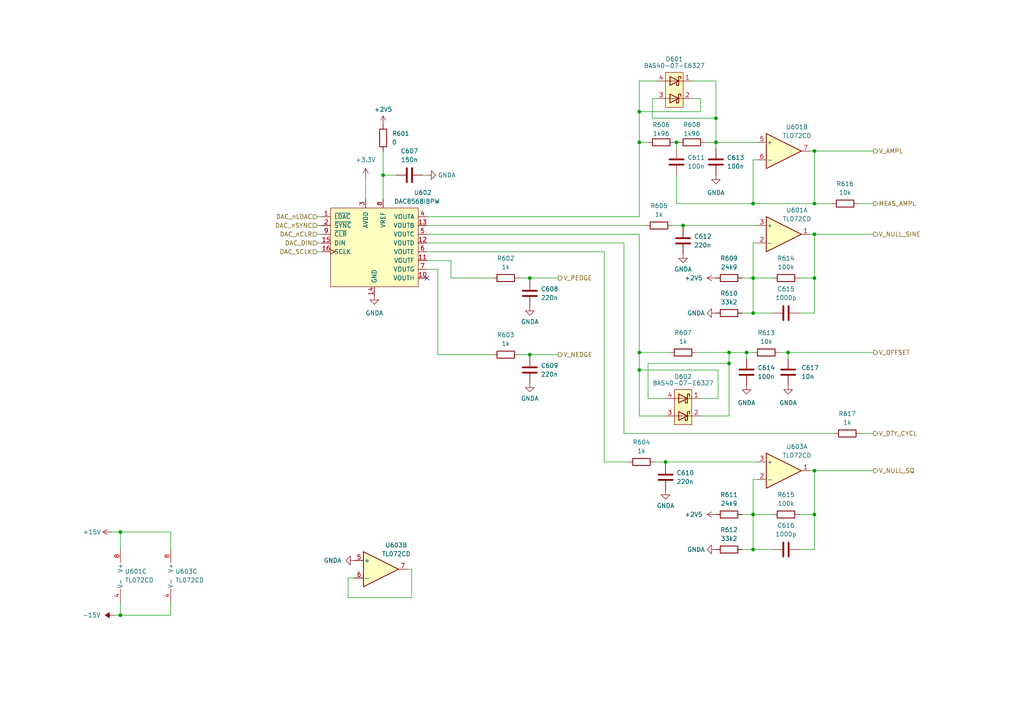
<source format=kicad_sch>
(kicad_sch (version 20230121) (generator eeschema)
  (paper "A4")
  (title_block (date "2023-07-12") (rev "1.1"))
  (lib_symbols
    (symbol "Amplifier_Operational:TL072" (pin_names (offset 0.127))
      (property "Reference" "U" (at 0 5.08 0))
      (property "Value" "TL072" (at 0 -5.08 0))
      (symbol "TL072_1_1"
        (polyline (pts (xy -5.08 5.08) (xy 5.08 0) (xy -5.08 -5.08) (xy -5.08 5.08)) (stroke (width 0.254)) (fill (type background)))
        (pin output line (at 7.62 0 180) (length 2.54) (name "~") (number "1"))
        (pin input line (at -7.62 -2.54 0) (length 2.54) (name "-") (number "2"))
        (pin input line (at -7.62 2.54 0) (length 2.54) (name "+") (number "3"))
      )
      (symbol "TL072_2_1"
        (polyline (pts (xy -5.08 5.08) (xy 5.08 0) (xy -5.08 -5.08) (xy -5.08 5.08)) (stroke (width 0.254)) (fill (type background)))
        (pin input line (at -7.62 2.54 0) (length 2.54) (name "+") (number "5"))
        (pin input line (at -7.62 -2.54 0) (length 2.54) (name "-") (number "6"))
        (pin output line (at 7.62 0 180) (length 2.54) (name "~") (number "7"))
      )
      (symbol "TL072_3_1"
        (pin power_in line (at -2.54 -7.62 90) (length 3.81) (name "V-") (number "4"))
        (pin power_in line (at -2.54 7.62 270) (length 3.81) (name "V+") (number "8"))
      )
    )
    (symbol "Device:C" (pin_numbers hide) (pin_names (offset 0.254))
      (property "Reference" "C" (at 0.635 2.54 0))
      (property "Value" "C" (at 0.635 -2.54 0))
      (symbol "C_0_1"
        (polyline (pts (xy -2.032 -0.762) (xy 2.032 -0.762)) (stroke (width 0.508)))
        (polyline (pts (xy -2.032 0.762) (xy 2.032 0.762)) (stroke (width 0.508)))
      )
      (symbol "C_1_1"
        (pin passive line (at 0 3.81 270) (length 2.794) (name "~") (number "1"))
        (pin passive line (at 0 -3.81 90) (length 2.794) (name "~") (number "2"))
      )
    )
    (symbol "Device:R" (pin_numbers hide) (pin_names (offset 0))
      (property "Reference" "R" (at 2.032 0 90))
      (property "Value" "R" (at 0 0 90))
      (symbol "R_0_1"
        (rectangle (start -1.016 -2.54) (end 1.016 2.54) (stroke (width 0.254)))
      )
      (symbol "R_1_1"
        (pin passive line (at 0 3.81 270) (length 1.27) (name "~") (number "1"))
        (pin passive line (at 0 -3.81 90) (length 1.27) (name "~") (number "2"))
      )
    )
    (symbol "ETH1CFGEN1:BAS40-07-E6327"
      (property "Reference" "D" (at 13.335 5.715 0))
      (property "Value" "BAS40-07-E6327" (at 12.7 3.81 0))
      (symbol "BAS40-07-E6327_0_1"
        (polyline (pts (xy -2.54 -2.54) (xy -2.54 -1.27)))
        (polyline (pts (xy -2.54 1.27) (xy -2.54 -1.27)))
        (polyline (pts (xy -2.54 1.27) (xy -2.54 2.54)))
        (polyline (pts (xy 2.54 -2.54) (xy 2.54 -1.27)))
        (polyline (pts (xy 2.54 1.27) (xy 2.54 -1.27)))
        (polyline (pts (xy 2.54 1.27) (xy 2.54 2.54)))
        (polyline (pts (xy -3.81 1.27) (xy -1.27 1.27) (xy -2.54 -1.27) (xy -3.81 1.27)) (stroke (width 0.254)))
        (polyline (pts (xy 1.27 1.27) (xy 3.81 1.27) (xy 2.54 -1.27) (xy 1.27 1.27)) (stroke (width 0.254)))
        (polyline (pts (xy -3.175 -1.905) (xy -3.81 -1.905) (xy -3.81 -1.27) (xy -1.27 -1.27) (xy -1.27 -0.635) (xy -1.905 -0.635)) (stroke (width 0.254)))
        (polyline (pts (xy 1.905 -1.905) (xy 1.27 -1.905) (xy 1.27 -1.27) (xy 3.81 -1.27) (xy 3.81 -0.635) (xy 3.175 -0.635)) (stroke (width 0.254)))
      )
      (symbol "BAS40-07-E6327_1_1"
        (rectangle (start -5.08 2.54) (end 5.08 -2.54) (fill (type background)))
        (pin passive line (at -2.54 -5.08 90) (length 2.54) (name "") (number "1"))
        (pin passive line (at 2.54 -5.08 90) (length 2.54) (name "") (number "2"))
        (pin passive line (at 2.54 5.08 270) (length 2.54) (name "") (number "3"))
        (pin passive line (at -2.54 5.08 270) (length 2.54) (name "") (number "4"))
      )
    )
    (symbol "ETH1CFGEN1:DAC8568IxPWR" (pin_names (offset 1.016))
      (property "Reference" "U" (at 11.43 15.24 0))
      (property "Value" "DAC8568IxPWR" (at 11.43 12.7 0))
      (symbol "DAC8568IxPWR_0_1"
        (rectangle (start -12.7 11.43) (end 12.7 -11.43) (fill (type background)))
      )
      (symbol "DAC8568IxPWR_1_1"
        (pin input line (at -15.24 8.89 0) (length 2.54) (name "~{LDAC}") (number "1"))
        (pin output line (at 15.24 -8.89 180) (length 2.54) (name "VOUTH") (number "10"))
        (pin output line (at 15.24 -3.81 180) (length 2.54) (name "VOUTF") (number "11"))
        (pin output line (at 15.24 1.27 180) (length 2.54) (name "VOUTD") (number "12"))
        (pin output line (at 15.24 6.35 180) (length 2.54) (name "VOUTB") (number "13"))
        (pin passive line (at 0 -13.97 90) (length 2.54) (name "GND") (number "14"))
        (pin input line (at -15.24 1.27 0) (length 2.54) (name "DIN") (number "15"))
        (pin input clock (at -15.24 -1.27 0) (length 2.54) (name "SCLK") (number "16"))
        (pin input line (at -15.24 6.35 0) (length 2.54) (name "~{SYNC}") (number "2"))
        (pin passive line (at -2.54 13.97 270) (length 2.54) (name "AVDD") (number "3"))
        (pin output line (at 15.24 8.89 180) (length 2.54) (name "VOUTA") (number "4"))
        (pin output line (at 15.24 3.81 180) (length 2.54) (name "VOUTC") (number "5"))
        (pin output line (at 15.24 -1.27 180) (length 2.54) (name "VOUTE") (number "6"))
        (pin output line (at 15.24 -6.35 180) (length 2.54) (name "VOUTG") (number "7"))
        (pin passive line (at 2.54 13.97 270) (length 2.54) (name "VREF") (number "8"))
        (pin input line (at -15.24 3.81 0) (length 2.54) (name "~{CLR}") (number "9"))
      )
    )
    (symbol "power:+15V" (power) (pin_names (offset 0))
      (property "Value" "+15V" (at 0 3.556 0))
      (symbol "+15V_0_1"
        (polyline (pts (xy -0.762 1.27) (xy 0 2.54)))
        (polyline (pts (xy 0 0) (xy 0 2.54)))
        (polyline (pts (xy 0 2.54) (xy 0.762 1.27)))
      )
      (symbol "+15V_1_1"
        (pin power_in line (at 0 0 90) (length 0) hide (name "+15V") (number "1"))
      )
    )
    (symbol "power:+2V5" (power) (pin_names (offset 0))
      (property "Value" "+2V5" (at 0 3.556 0))
      (symbol "+2V5_0_1"
        (polyline (pts (xy -0.762 1.27) (xy 0 2.54)))
        (polyline (pts (xy 0 0) (xy 0 2.54)))
        (polyline (pts (xy 0 2.54) (xy 0.762 1.27)))
      )
      (symbol "+2V5_1_1"
        (pin power_in line (at 0 0 90) (length 0) hide (name "+2V5") (number "1"))
      )
    )
    (symbol "power:+3.3V" (power) (pin_names (offset 0))
      (property "Value" "+3.3V" (at 0 3.556 0))
      (symbol "+3.3V_0_1"
        (polyline (pts (xy -0.762 1.27) (xy 0 2.54)))
        (polyline (pts (xy 0 0) (xy 0 2.54)))
        (polyline (pts (xy 0 2.54) (xy 0.762 1.27)))
      )
      (symbol "+3.3V_1_1"
        (pin power_in line (at 0 0 90) (length 0) hide (name "+3.3V") (number "1"))
      )
    )
    (symbol "power:-15V" (power) (pin_names (offset 0))
      (property "Value" "-15V" (at 0 3.81 0))
      (symbol "-15V_0_0"
        (pin power_in line (at 0 0 90) (length 0) hide (name "-15V") (number "1"))
      )
      (symbol "-15V_0_1"
        (polyline (pts (xy 0 0) (xy 0 1.27) (xy 0.762 1.27) (xy 0 2.54) (xy -0.762 1.27) (xy 0 1.27)) (fill (type outline)))
      )
    )
    (symbol "power:GNDA" (power) (pin_names (offset 0))
      (property "Value" "GNDA" (at 0 -3.81 0))
      (symbol "GNDA_0_1"
        (polyline (pts (xy 0 0) (xy 0 -1.27) (xy 1.27 -1.27) (xy 0 -2.54) (xy -1.27 -1.27) (xy 0 -1.27)))
      )
      (symbol "GNDA_1_1"
        (pin power_in line (at 0 0 270) (length 0) hide (name "GNDA") (number "1"))
      )
    )
  )
  (junction (at 236.22 136.525))
  (junction (at 196.215 41.275))
  (junction (at 111.125 50.8))
  (junction (at 185.42 32.385))
  (junction (at 153.67 80.645))
  (junction (at 34.925 154.305))
  (junction (at 211.455 102.235))
  (junction (at 218.44 59.055))
  (junction (at 218.44 159.385))
  (junction (at 218.44 80.645))
  (junction (at 236.22 80.645))
  (junction (at 185.42 41.275))
  (junction (at 236.22 67.945))
  (junction (at 218.44 149.225))
  (junction (at 236.22 43.815))
  (junction (at 198.12 65.405))
  (junction (at 185.42 107.315))
  (junction (at 236.22 149.225))
  (junction (at 193.04 133.985))
  (junction (at 236.22 59.055))
  (junction (at 207.645 34.29))
  (junction (at 153.67 102.87))
  (junction (at 185.42 102.235))
  (junction (at 207.645 41.275))
  (junction (at 216.535 102.235))
  (junction (at 211.455 105.41))
  (junction (at 218.44 90.805))
  (junction (at 34.925 178.435))
  (junction (at 228.6 102.235))
  (no_connect (at 123.825 80.645))
  (wire (pts (xy 185.42 41.275) (xy 185.42 62.865)))
  (wire (pts (xy 185.42 23.495) (xy 185.42 32.385)))
  (wire (pts (xy 111.125 43.815) (xy 111.125 50.8)))
  (wire (pts (xy 34.925 154.305) (xy 34.925 159.385)))
  (wire (pts (xy 196.215 50.8) (xy 196.215 59.055)))
  (wire (pts (xy 196.215 59.055) (xy 218.44 59.055)))
  (wire (pts (xy 215.265 159.385) (xy 218.44 159.385)))
  (wire (pts (xy 180.975 125.73) (xy 241.935 125.73)))
  (wire (pts (xy 185.42 41.275) (xy 185.42 32.385)))
  (wire (pts (xy 228.6 104.14) (xy 228.6 102.235)))
  (wire (pts (xy 142.875 102.87) (xy 127 102.87)))
  (wire (pts (xy 193.04 133.985) (xy 219.71 133.985)))
  (wire (pts (xy 123.825 50.8) (xy 122.555 50.8)))
  (wire (pts (xy 130.81 75.565) (xy 123.825 75.565)))
  (wire (pts (xy 203.2 28.575) (xy 203.2 32.385)))
  (wire (pts (xy 153.67 102.87) (xy 153.67 103.505)))
  (wire (pts (xy 218.44 149.225) (xy 218.44 139.065)))
  (wire (pts (xy 216.535 102.235) (xy 218.44 102.235)))
  (wire (pts (xy 187.96 115.57) (xy 187.96 105.41)))
  (wire (pts (xy 34.925 178.435) (xy 49.53 178.435)))
  (wire (pts (xy 236.22 43.815) (xy 253.365 43.815)))
  (wire (pts (xy 236.22 136.525) (xy 234.95 136.525)))
  (wire (pts (xy 236.22 67.945) (xy 253.365 67.945)))
  (wire (pts (xy 119.38 173.355) (xy 119.38 165.1)))
  (wire (pts (xy 187.96 105.41) (xy 211.455 105.41)))
  (wire (pts (xy 215.265 80.645) (xy 218.44 80.645)))
  (wire (pts (xy 100.965 167.64) (xy 100.965 173.355)))
  (wire (pts (xy 196.215 41.275) (xy 196.85 41.275)))
  (wire (pts (xy 203.2 115.57) (xy 208.28 115.57)))
  (wire (pts (xy 218.44 90.805) (xy 224.155 90.805)))
  (wire (pts (xy 224.155 149.225) (xy 218.44 149.225)))
  (wire (pts (xy 218.44 59.055) (xy 218.44 46.355)))
  (wire (pts (xy 185.42 102.235) (xy 194.31 102.235)))
  (wire (pts (xy 189.23 34.29) (xy 207.645 34.29)))
  (wire (pts (xy 236.22 80.645) (xy 236.22 67.945)))
  (wire (pts (xy 226.06 102.235) (xy 228.6 102.235)))
  (wire (pts (xy 216.535 104.14) (xy 216.535 102.235)))
  (wire (pts (xy 175.26 133.985) (xy 175.26 73.025)))
  (wire (pts (xy 200.66 23.495) (xy 207.645 23.495)))
  (wire (pts (xy 218.44 139.065) (xy 219.71 139.065)))
  (wire (pts (xy 231.775 149.225) (xy 236.22 149.225)))
  (wire (pts (xy 185.42 62.865) (xy 123.825 62.865)))
  (wire (pts (xy 92.075 65.405) (xy 93.345 65.405)))
  (wire (pts (xy 123.825 65.405) (xy 187.325 65.405)))
  (wire (pts (xy 92.075 70.485) (xy 93.345 70.485)))
  (wire (pts (xy 215.265 149.225) (xy 218.44 149.225)))
  (wire (pts (xy 236.22 90.805) (xy 236.22 80.645)))
  (wire (pts (xy 123.825 73.025) (xy 175.26 73.025)))
  (wire (pts (xy 190.5 28.575) (xy 189.23 28.575)))
  (wire (pts (xy 248.92 59.055) (xy 253.365 59.055)))
  (wire (pts (xy 218.44 90.805) (xy 218.44 80.645)))
  (wire (pts (xy 33.02 178.435) (xy 34.925 178.435)))
  (wire (pts (xy 153.67 80.645) (xy 161.925 80.645)))
  (wire (pts (xy 231.775 159.385) (xy 236.22 159.385)))
  (wire (pts (xy 106.045 51.435) (xy 106.045 57.785)))
  (wire (pts (xy 208.28 107.315) (xy 185.42 107.315)))
  (wire (pts (xy 201.93 102.235) (xy 211.455 102.235)))
  (wire (pts (xy 211.455 120.65) (xy 203.2 120.65)))
  (wire (pts (xy 207.645 41.275) (xy 204.47 41.275)))
  (wire (pts (xy 200.66 28.575) (xy 203.2 28.575)))
  (wire (pts (xy 32.385 154.305) (xy 34.925 154.305)))
  (wire (pts (xy 218.44 159.385) (xy 224.155 159.385)))
  (wire (pts (xy 198.12 65.405) (xy 219.71 65.405)))
  (wire (pts (xy 185.42 107.315) (xy 185.42 102.235)))
  (wire (pts (xy 175.26 133.985) (xy 182.245 133.985)))
  (wire (pts (xy 207.645 41.275) (xy 207.645 43.18)))
  (wire (pts (xy 231.775 90.805) (xy 236.22 90.805)))
  (wire (pts (xy 236.22 149.225) (xy 236.22 136.525)))
  (wire (pts (xy 207.645 23.495) (xy 207.645 34.29)))
  (wire (pts (xy 207.645 34.29) (xy 207.645 41.275)))
  (wire (pts (xy 203.2 32.385) (xy 185.42 32.385)))
  (wire (pts (xy 211.455 105.41) (xy 211.455 120.65)))
  (wire (pts (xy 34.925 154.305) (xy 49.53 154.305)))
  (wire (pts (xy 102.87 167.64) (xy 100.965 167.64)))
  (wire (pts (xy 218.44 80.645) (xy 218.44 70.485)))
  (wire (pts (xy 215.265 90.805) (xy 218.44 90.805)))
  (wire (pts (xy 218.44 46.355) (xy 219.71 46.355)))
  (wire (pts (xy 100.965 173.355) (xy 119.38 173.355)))
  (wire (pts (xy 153.67 102.87) (xy 161.925 102.87)))
  (wire (pts (xy 196.215 43.18) (xy 196.215 41.275)))
  (wire (pts (xy 218.44 159.385) (xy 218.44 149.225)))
  (wire (pts (xy 211.455 102.235) (xy 211.455 105.41)))
  (wire (pts (xy 111.125 50.8) (xy 111.125 57.785)))
  (wire (pts (xy 119.38 165.1) (xy 118.11 165.1)))
  (wire (pts (xy 142.875 80.645) (xy 130.81 80.645)))
  (wire (pts (xy 236.22 59.055) (xy 236.22 43.815)))
  (wire (pts (xy 185.42 23.495) (xy 190.5 23.495)))
  (wire (pts (xy 92.075 73.025) (xy 93.345 73.025)))
  (wire (pts (xy 218.44 59.055) (xy 236.22 59.055)))
  (wire (pts (xy 236.22 136.525) (xy 253.365 136.525)))
  (wire (pts (xy 198.12 65.405) (xy 198.12 66.04)))
  (wire (pts (xy 49.53 154.305) (xy 49.53 159.385)))
  (wire (pts (xy 111.125 50.8) (xy 114.935 50.8)))
  (wire (pts (xy 193.04 120.65) (xy 185.42 120.65)))
  (wire (pts (xy 228.6 102.235) (xy 253.365 102.235)))
  (wire (pts (xy 180.975 70.485) (xy 180.975 125.73)))
  (wire (pts (xy 92.075 67.945) (xy 93.345 67.945)))
  (wire (pts (xy 249.555 125.73) (xy 253.365 125.73)))
  (wire (pts (xy 130.81 80.645) (xy 130.81 75.565)))
  (wire (pts (xy 34.925 174.625) (xy 34.925 178.435)))
  (wire (pts (xy 218.44 70.485) (xy 219.71 70.485)))
  (wire (pts (xy 195.58 41.275) (xy 196.215 41.275)))
  (wire (pts (xy 193.04 115.57) (xy 187.96 115.57)))
  (wire (pts (xy 153.67 80.645) (xy 153.67 81.28)))
  (wire (pts (xy 150.495 102.87) (xy 153.67 102.87)))
  (wire (pts (xy 123.825 70.485) (xy 180.975 70.485)))
  (wire (pts (xy 185.42 120.65) (xy 185.42 107.315)))
  (wire (pts (xy 185.42 67.945) (xy 185.42 102.235)))
  (wire (pts (xy 127 102.87) (xy 127 78.105)))
  (wire (pts (xy 207.645 41.275) (xy 219.71 41.275)))
  (wire (pts (xy 92.075 62.865) (xy 93.345 62.865)))
  (wire (pts (xy 236.22 43.815) (xy 234.95 43.815)))
  (wire (pts (xy 127 78.105) (xy 123.825 78.105)))
  (wire (pts (xy 216.535 102.235) (xy 211.455 102.235)))
  (wire (pts (xy 236.22 159.385) (xy 236.22 149.225)))
  (wire (pts (xy 189.865 133.985) (xy 193.04 133.985)))
  (wire (pts (xy 231.775 80.645) (xy 236.22 80.645)))
  (wire (pts (xy 123.825 67.945) (xy 185.42 67.945)))
  (wire (pts (xy 224.155 80.645) (xy 218.44 80.645)))
  (wire (pts (xy 236.22 59.055) (xy 241.3 59.055)))
  (wire (pts (xy 189.23 28.575) (xy 189.23 34.29)))
  (wire (pts (xy 208.28 115.57) (xy 208.28 107.315)))
  (wire (pts (xy 236.22 67.945) (xy 234.95 67.945)))
  (wire (pts (xy 193.04 133.985) (xy 193.04 134.62)))
  (wire (pts (xy 150.495 80.645) (xy 153.67 80.645)))
  (wire (pts (xy 49.53 178.435) (xy 49.53 174.625)))
  (wire (pts (xy 187.96 41.275) (xy 185.42 41.275)))
  (wire (pts (xy 194.945 65.405) (xy 198.12 65.405)))
  (hierarchical_label "MEAS_AMPL" (shape output) (at 253.365 59.055 0))
  (hierarchical_label "V_NULL_SQ" (shape output) (at 253.365 136.525 0))
  (hierarchical_label "V_OFFSET" (shape output) (at 253.365 102.235 0))
  (hierarchical_label "DAC_nSYNC" (shape input) (at 92.075 65.405 180))
  (hierarchical_label "V_AMPL" (shape output) (at 253.365 43.815 0))
  (hierarchical_label "V_DTY_CYCL" (shape output) (at 253.365 125.73 0))
  (hierarchical_label "DAC_nCLR" (shape input) (at 92.075 67.945 180))
  (hierarchical_label "DAC_SCLK" (shape input) (at 92.075 73.025 180))
  (hierarchical_label "V_NEDGE" (shape output) (at 161.925 102.87 0))
  (hierarchical_label "DAC_DIN" (shape input) (at 92.075 70.485 180))
  (hierarchical_label "V_NULL_SINE" (shape output) (at 253.365 67.945 0))
  (hierarchical_label "DAC_nLDAC" (shape input) (at 92.075 62.865 180))
  (hierarchical_label "V_PEDGE" (shape output) (at 161.925 80.645 0))
  (symbol (lib_id "Device:C") (at 198.12 69.85 0) (unit 1)
    (property "Reference" "C612" (at 201.295 68.58 0) (effects (justify left)))
    (property "Value" "220n" (at 201.295 71.12 0) (effects (justify left)))
    (property "Footprint" "Capacitor_SMD:C_0603_1608Metric_Pad1.08x0.95mm_HandSolder" (effects hide))
    (instances (project "ETH1CFGEN1B" (path "" (reference "C612") (unit 1))) (project "ETH1CFGEN1" (path "" (reference "C906") (unit 1))))
  )
  (symbol (lib_id "Device:R") (at 198.12 102.235 90) (unit 1)
    (property "Reference" "R607" (at 198.12 96.52 90))
    (property "Value" "1k" (at 198.12 99.06 90))
    (property "Footprint" "Resistor_SMD:R_0603_1608Metric_Pad0.98x0.95mm_HandSolder" (effects hide))
    (instances (project "ETH1CFGEN1B" (path "" (reference "R607") (unit 1))) (project "ETH1CFGEN1" (path "" (reference "R907") (unit 1))))
  )
  (symbol (lib_id "Device:R") (at 146.685 102.87 90) (unit 1)
    (property "Reference" "R603" (at 146.685 97.155 90))
    (property "Value" "1k" (at 146.685 99.695 90))
    (property "Footprint" "Resistor_SMD:R_0603_1608Metric_Pad0.98x0.95mm_HandSolder" (effects hide))
    (instances (project "ETH1CFGEN1B" (path "" (reference "R603") (unit 1))) (project "ETH1CFGEN1" (path "" (reference "R903") (unit 1))))
  )
  (symbol (lib_id "power:GNDA") (at 228.6 111.76 0) (unit 1)
    (property "Reference" "#PWR0624" (effects hide))
    (property "Value" "GNDA" (at 228.6 116.84 0))
    (instances (project "ETH1CFGEN1B" (path "" (reference "#PWR0624") (unit 1))) (project "ETH1CFGEN1" (path "" (reference "#PWR0918") (unit 1))))
  )
  (symbol (lib_id "Amplifier_Operational:TL072") (at 52.07 167.005 0) (unit 3)
    (property "Reference" "U603" (at 50.8 165.735 0) (effects (justify left)))
    (property "Value" "TL072CD" (at 50.8 168.275 0) (effects (justify left)))
    (property "Footprint" "Package_SO:SOIC-8_3.9x4.9mm_P1.27mm" (effects hide))
    (property "Datasheet" "http://www.ti.com/lit/ds/symlink/tl071.pdf" (effects hide))
    (instances (project "ETH1CFGEN1B" (path "" (reference "U603") (unit 3))) (project "ETH1CFGEN1" (path "" (reference "U902") (unit 3))))
  )
  (symbol (lib_id "power:-15V") (at 33.02 178.435 90) (unit 1)
    (property "Reference" "#PWR0602" (effects hide))
    (property "Value" "-15V" (at 29.21 178.435 90) (effects (justify left)))
    (instances (project "ETH1CFGEN1B" (path "" (reference "#PWR0602") (unit 1))) (project "ETH1CFGEN1" (path "" (reference "#PWR0902") (unit 1))))
  )
  (symbol (lib_id "Device:R") (at 200.66 41.275 90) (unit 1)
    (property "Reference" "R608" (at 200.66 36.195 90))
    (property "Value" "1k96" (at 200.66 38.735 90))
    (property "Footprint" "Resistor_SMD:R_0603_1608Metric_Pad0.98x0.95mm_HandSolder" (effects hide))
    (instances (project "ETH1CFGEN1B" (path "" (reference "R608") (unit 1))) (project "ETH1CFGEN1" (path "" (reference "R908") (unit 1))))
  )
  (symbol (lib_id "power:GNDA") (at 207.645 90.805 270) (unit 1)
    (property "Reference" "#PWR0620" (effects hide))
    (property "Value" "GNDA" (at 204.47 90.805 90) (effects (justify right)))
    (instances (project "ETH1CFGEN1B" (path "" (reference "#PWR0620") (unit 1))) (project "ETH1CFGEN1" (path "" (reference "#PWR0914") (unit 1))))
  )
  (symbol (lib_id "power:GNDA") (at 102.87 162.56 270) (unit 1)
    (property "Reference" "#PWR0338" (effects hide))
    (property "Value" "GNDA" (at 99.06 162.56 90) (effects (justify right)))
    (instances (project "ETH1CFGEN1B" (path "" (reference "#PWR0338") (unit 1)) (path "" (reference "#PWR0613") (unit 1))) (project "ETH1CFGEN1" (path "" (reference "#PWR0903") (unit 1))))
  )
  (symbol (lib_id "power:GNDA") (at 207.645 159.385 270) (unit 1)
    (property "Reference" "#PWR0622" (effects hide))
    (property "Value" "GNDA" (at 204.47 159.385 90) (effects (justify right)))
    (instances (project "ETH1CFGEN1B" (path "" (reference "#PWR0622") (unit 1))) (project "ETH1CFGEN1" (path "" (reference "#PWR0916") (unit 1))))
  )
  (symbol (lib_id "power:+2V5") (at 207.645 149.225 90) (unit 1)
    (property "Reference" "#PWR0621" (effects hide))
    (property "Value" "+2V5" (at 203.835 149.225 90) (effects (justify left)))
    (instances (project "ETH1CFGEN1B" (path "" (reference "#PWR0621") (unit 1))) (project "ETH1CFGEN1" (path "" (reference "#PWR0915") (unit 1))))
  )
  (symbol (lib_id "Device:R") (at 146.685 80.645 90) (unit 1)
    (property "Reference" "R602" (at 146.685 74.93 90))
    (property "Value" "1k" (at 146.685 77.47 90))
    (property "Footprint" "Resistor_SMD:R_0603_1608Metric_Pad0.98x0.95mm_HandSolder" (effects hide))
    (instances (project "ETH1CFGEN1B" (path "" (reference "R602") (unit 1))) (project "ETH1CFGEN1" (path "" (reference "R902") (unit 1))))
  )
  (symbol (lib_id "Device:R") (at 211.455 159.385 90) (unit 1)
    (property "Reference" "R612" (at 211.455 153.67 90))
    (property "Value" "33k2" (at 211.455 156.21 90))
    (property "Footprint" "Resistor_SMD:R_0603_1608Metric_Pad0.98x0.95mm_HandSolder" (effects hide))
    (instances (project "ETH1CFGEN1B" (path "" (reference "R612") (unit 1))) (project "ETH1CFGEN1" (path "" (reference "R912") (unit 1))))
  )
  (symbol (lib_id "ETH1CFGEN1:BAS40-07-E6327") (at 195.58 26.035 90) (mirror x) (unit 1)
    (property "Reference" "D601" (at 195.58 17.145 90))
    (property "Value" "BAS40-07-E6327" (at 195.58 19.05 90))
    (property "Footprint" "Package_TO_SOT_SMD:SOT-143" (effects hide))
    (instances (project "ETH1CFGEN1B" (path "" (reference "D601") (unit 1))) (project "ETH1CFGEN1" (path "" (reference "D901") (unit 1))))
  )
  (symbol (lib_id "Device:R") (at 211.455 80.645 90) (unit 1)
    (property "Reference" "R609" (at 211.455 74.93 90))
    (property "Value" "24k9" (at 211.455 77.47 90))
    (property "Footprint" "Resistor_SMD:R_0603_1608Metric_Pad0.98x0.95mm_HandSolder" (effects hide))
    (instances (project "ETH1CFGEN1B" (path "" (reference "R609") (unit 1))) (project "ETH1CFGEN1" (path "" (reference "R909") (unit 1))))
  )
  (symbol (lib_id "power:GNDA") (at 153.67 88.9 0) (unit 1)
    (property "Reference" "#PWR0614" (effects hide))
    (property "Value" "GNDA" (at 153.67 93.345 0))
    (instances (project "ETH1CFGEN1B" (path "" (reference "#PWR0614") (unit 1))) (project "ETH1CFGEN1" (path "" (reference "#PWR0908") (unit 1))))
  )
  (symbol (lib_id "power:GNDA") (at 153.67 111.125 0) (unit 1)
    (property "Reference" "#PWR0615" (effects hide))
    (property "Value" "GNDA" (at 153.67 115.57 0))
    (instances (project "ETH1CFGEN1B" (path "" (reference "#PWR0615") (unit 1))) (project "ETH1CFGEN1" (path "" (reference "#PWR0909") (unit 1))))
  )
  (symbol (lib_id "Device:R") (at 211.455 149.225 90) (unit 1)
    (property "Reference" "R611" (at 211.455 143.51 90))
    (property "Value" "24k9" (at 211.455 146.05 90))
    (property "Footprint" "Resistor_SMD:R_0603_1608Metric_Pad0.98x0.95mm_HandSolder" (effects hide))
    (instances (project "ETH1CFGEN1B" (path "" (reference "R611") (unit 1))) (project "ETH1CFGEN1" (path "" (reference "R911") (unit 1))))
  )
  (symbol (lib_id "power:+2V5") (at 207.645 80.645 90) (unit 1)
    (property "Reference" "#PWR0619" (effects hide))
    (property "Value" "+2V5" (at 203.835 80.645 90) (effects (justify left)))
    (instances (project "ETH1CFGEN1B" (path "" (reference "#PWR0619") (unit 1))) (project "ETH1CFGEN1" (path "" (reference "#PWR0913") (unit 1))))
  )
  (symbol (lib_id "Device:R") (at 227.965 149.225 90) (unit 1)
    (property "Reference" "R615" (at 227.965 143.51 90))
    (property "Value" "100k" (at 227.965 146.05 90))
    (property "Footprint" "Resistor_SMD:R_0603_1608Metric_Pad0.98x0.95mm_HandSolder" (effects hide))
    (instances (project "ETH1CFGEN1B" (path "" (reference "R615") (unit 1))) (project "ETH1CFGEN1" (path "" (reference "R915") (unit 1))))
  )
  (symbol (lib_id "Device:C") (at 227.965 159.385 90) (unit 1)
    (property "Reference" "C616" (at 227.965 152.4 90))
    (property "Value" "1000p" (at 227.965 154.94 90))
    (property "Footprint" "Capacitor_SMD:C_0603_1608Metric_Pad1.08x0.95mm_HandSolder" (effects hide))
    (instances (project "ETH1CFGEN1B" (path "" (reference "C616") (unit 1))) (project "ETH1CFGEN1" (path "" (reference "C910") (unit 1))))
  )
  (symbol (lib_id "Device:C") (at 216.535 107.95 0) (unit 1)
    (property "Reference" "C614" (at 219.71 106.68 0) (effects (justify left)))
    (property "Value" "100n" (at 219.71 109.22 0) (effects (justify left)))
    (property "Footprint" "Capacitor_SMD:C_0603_1608Metric_Pad1.08x0.95mm_HandSolder" (effects hide))
    (instances (project "ETH1CFGEN1B" (path "" (reference "C614") (unit 1))) (project "ETH1CFGEN1" (path "" (reference "C908") (unit 1))))
  )
  (symbol (lib_id "Device:C") (at 196.215 46.99 0) (unit 1)
    (property "Reference" "C611" (at 199.39 45.72 0) (effects (justify left)))
    (property "Value" "100n" (at 199.39 48.26 0) (effects (justify left)))
    (property "Footprint" "Capacitor_SMD:C_0603_1608Metric_Pad1.08x0.95mm_HandSolder" (effects hide))
    (instances (project "ETH1CFGEN1B" (path "" (reference "C611") (unit 1))) (project "ETH1CFGEN1" (path "" (reference "C905") (unit 1))))
  )
  (symbol (lib_id "Device:C") (at 118.745 50.8 270) (mirror x) (unit 1)
    (property "Reference" "C607" (at 118.745 43.815 90))
    (property "Value" "150n" (at 118.745 46.355 90))
    (property "Footprint" "Capacitor_SMD:C_0603_1608Metric_Pad1.08x0.95mm_HandSolder" (effects hide))
    (instances (project "ETH1CFGEN1B" (path "" (reference "C607") (unit 1))) (project "ETH1CFGEN1" (path "" (reference "C901") (unit 1))))
  )
  (symbol (lib_id "Device:R") (at 245.11 59.055 90) (unit 1)
    (property "Reference" "R616" (at 245.11 53.34 90))
    (property "Value" "10k" (at 245.11 55.88 90))
    (property "Footprint" "Resistor_SMD:R_0603_1608Metric_Pad0.98x0.95mm_HandSolder" (effects hide))
    (instances (project "ETH1CFGEN1B" (path "" (reference "R616") (unit 1))) (project "ETH1CFGEN1" (path "" (reference "R916") (unit 1))))
  )
  (symbol (lib_id "ETH1CFGEN1:BAS40-07-E6327") (at 198.12 118.11 90) (mirror x) (unit 1)
    (property "Reference" "D602" (at 198.12 109.22 90))
    (property "Value" "BAS40-07-E6327" (at 198.12 111.125 90))
    (property "Footprint" "Package_TO_SOT_SMD:SOT-143" (effects hide))
    (instances (project "ETH1CFGEN1B" (path "" (reference "D602") (unit 1))) (project "ETH1CFGEN1" (path "" (reference "D902") (unit 1))))
  )
  (symbol (lib_id "Amplifier_Operational:TL072") (at 227.33 43.815 0) (unit 2)
    (property "Reference" "U601" (at 231.14 36.83 0))
    (property "Value" "TL072CD" (at 231.14 39.37 0))
    (property "Footprint" "Package_SO:SOIC-8_3.9x4.9mm_P1.27mm" (effects hide))
    (property "Datasheet" "http://www.ti.com/lit/ds/symlink/tl071.pdf" (effects hide))
    (instances (project "ETH1CFGEN1B" (path "" (reference "U601") (unit 2))) (project "ETH1CFGEN1" (path "" (reference "U901") (unit 2))))
  )
  (symbol (lib_id "Device:R") (at 191.135 65.405 90) (unit 1)
    (property "Reference" "R605" (at 191.135 59.69 90))
    (property "Value" "1k" (at 191.135 62.23 90))
    (property "Footprint" "Resistor_SMD:R_0603_1608Metric_Pad0.98x0.95mm_HandSolder" (effects hide))
    (instances (project "ETH1CFGEN1B" (path "" (reference "R605") (unit 1))) (project "ETH1CFGEN1" (path "" (reference "R905") (unit 1))))
  )
  (symbol (lib_id "ETH1CFGEN1:DAC8568IxPWR") (at 108.585 71.755 0) (unit 1)
    (property "Reference" "U602" (at 120.015 55.88 0) (effects (justify left)))
    (property "Value" "DAC8568IBPW" (at 114.3 58.42 0) (effects (justify left)))
    (property "Footprint" "Package_SO:TSSOP-16_4.4x5mm_P0.65mm" (effects hide))
    (instances (project "ETH1CFGEN1B" (path "" (reference "U602") (unit 1))) (project "ETH1CFGEN1" (path "" (reference "U903") (unit 1))))
  )
  (symbol (lib_id "power:+3.3V") (at 106.045 51.435 0) (unit 1)
    (property "Reference" "#PWR0319" (effects hide))
    (property "Value" "+3.3V" (at 106.045 46.355 0))
    (instances (project "ETH1CFGEN1B" (path "" (reference "#PWR0319") (unit 1)) (path "" (reference "#PWR0603") (unit 1))) (project "ETH1CFGEN1" (path "" (reference "#PWR0904") (unit 1))))
  )
  (symbol (lib_id "Device:R") (at 191.77 41.275 90) (unit 1)
    (property "Reference" "R606" (at 191.77 36.195 90))
    (property "Value" "1k96" (at 191.77 38.735 90))
    (property "Footprint" "Resistor_SMD:R_0603_1608Metric_Pad0.98x0.95mm_HandSolder" (effects hide))
    (instances (project "ETH1CFGEN1B" (path "" (reference "R606") (unit 1))) (project "ETH1CFGEN1" (path "" (reference "R906") (unit 1))))
  )
  (symbol (lib_id "Amplifier_Operational:TL072") (at 37.465 167.005 0) (unit 3)
    (property "Reference" "U601" (at 36.195 165.735 0) (effects (justify left)))
    (property "Value" "TL072CD" (at 36.195 168.275 0) (effects (justify left)))
    (property "Footprint" "Package_SO:SOIC-8_3.9x4.9mm_P1.27mm" (effects hide))
    (property "Datasheet" "http://www.ti.com/lit/ds/symlink/tl071.pdf" (effects hide))
    (instances (project "ETH1CFGEN1B" (path "" (reference "U601") (unit 3))) (project "ETH1CFGEN1" (path "" (reference "U901") (unit 3))))
  )
  (symbol (lib_id "Amplifier_Operational:TL072") (at 110.49 165.1 0) (unit 2)
    (property "Reference" "U603" (at 114.935 158.115 0))
    (property "Value" "TL072CD" (at 114.935 160.655 0))
    (property "Footprint" "Package_SO:SOIC-8_3.9x4.9mm_P1.27mm" (effects hide))
    (property "Datasheet" "http://www.ti.com/lit/ds/symlink/tl071.pdf" (effects hide))
    (instances (project "ETH1CFGEN1B" (path "" (reference "U603") (unit 2))) (project "ETH1CFGEN1" (path "" (reference "U902") (unit 2))))
  )
  (symbol (lib_id "power:+2V5") (at 111.125 36.195 0) (unit 1)
    (property "Reference" "#PWR0611" (effects hide))
    (property "Value" "+2V5" (at 111.125 31.75 0))
    (instances (project "ETH1CFGEN1B" (path "" (reference "#PWR0611") (unit 1))) (project "ETH1CFGEN1" (path "" (reference "#PWR0906") (unit 1))))
  )
  (symbol (lib_id "Device:R") (at 227.965 80.645 90) (unit 1)
    (property "Reference" "R614" (at 227.965 74.93 90))
    (property "Value" "100k" (at 227.965 77.47 90))
    (property "Footprint" "Resistor_SMD:R_0603_1608Metric_Pad0.98x0.95mm_HandSolder" (effects hide))
    (instances (project "ETH1CFGEN1B" (path "" (reference "R614") (unit 1))) (project "ETH1CFGEN1" (path "" (reference "R914") (unit 1))))
  )
  (symbol (lib_id "power:GNDA") (at 207.645 50.8 0) (unit 1)
    (property "Reference" "#PWR0618" (effects hide))
    (property "Value" "GNDA" (at 207.645 55.88 0))
    (instances (project "ETH1CFGEN1B" (path "" (reference "#PWR0618") (unit 1))) (project "ETH1CFGEN1" (path "" (reference "#PWR0912") (unit 1))))
  )
  (symbol (lib_id "power:GNDA") (at 108.585 85.725 0) (unit 1)
    (property "Reference" "#PWR0610" (effects hide))
    (property "Value" "GNDA" (at 108.585 90.805 0))
    (instances (project "ETH1CFGEN1B" (path "" (reference "#PWR0610") (unit 1))) (project "ETH1CFGEN1" (path "" (reference "#PWR0905") (unit 1))))
  )
  (symbol (lib_id "Amplifier_Operational:TL072") (at 227.33 136.525 0) (unit 1)
    (property "Reference" "U603" (at 231.14 129.54 0))
    (property "Value" "TL072CD" (at 231.14 132.08 0))
    (property "Footprint" "Package_SO:SOIC-8_3.9x4.9mm_P1.27mm" (effects hide))
    (property "Datasheet" "http://www.ti.com/lit/ds/symlink/tl071.pdf" (effects hide))
    (instances (project "ETH1CFGEN1B" (path "" (reference "U603") (unit 1))) (project "ETH1CFGEN1" (path "" (reference "U902") (unit 1))))
  )
  (symbol (lib_id "Device:C") (at 193.04 138.43 0) (unit 1)
    (property "Reference" "C610" (at 196.215 137.16 0) (effects (justify left)))
    (property "Value" "220n" (at 196.215 139.7 0) (effects (justify left)))
    (property "Footprint" "Capacitor_SMD:C_0603_1608Metric_Pad1.08x0.95mm_HandSolder" (effects hide))
    (instances (project "ETH1CFGEN1B" (path "" (reference "C610") (unit 1))) (project "ETH1CFGEN1" (path "" (reference "C904") (unit 1))))
  )
  (symbol (lib_id "Device:C") (at 153.67 107.315 0) (unit 1)
    (property "Reference" "C609" (at 156.845 106.045 0) (effects (justify left)))
    (property "Value" "220n" (at 156.845 108.585 0) (effects (justify left)))
    (property "Footprint" "Capacitor_SMD:C_0603_1608Metric_Pad1.08x0.95mm_HandSolder" (effects hide))
    (instances (project "ETH1CFGEN1B" (path "" (reference "C609") (unit 1))) (project "ETH1CFGEN1" (path "" (reference "C903") (unit 1))))
  )
  (symbol (lib_id "Device:R") (at 186.055 133.985 90) (unit 1)
    (property "Reference" "R604" (at 186.055 128.27 90))
    (property "Value" "1k" (at 186.055 130.81 90))
    (property "Footprint" "Resistor_SMD:R_0603_1608Metric_Pad0.98x0.95mm_HandSolder" (effects hide))
    (instances (project "ETH1CFGEN1B" (path "" (reference "R604") (unit 1))) (project "ETH1CFGEN1" (path "" (reference "R904") (unit 1))))
  )
  (symbol (lib_id "power:GNDA") (at 123.825 50.8 90) (mirror x) (unit 1)
    (property "Reference" "#PWR0612" (effects hide))
    (property "Value" "GNDA" (at 127 50.8 90) (effects (justify right)))
    (instances (project "ETH1CFGEN1B" (path "" (reference "#PWR0612") (unit 1))) (project "ETH1CFGEN1" (path "" (reference "#PWR0907") (unit 1))))
  )
  (symbol (lib_id "Device:C") (at 227.965 90.805 90) (unit 1)
    (property "Reference" "C615" (at 227.965 83.82 90))
    (property "Value" "1000p" (at 227.965 86.36 90))
    (property "Footprint" "Capacitor_SMD:C_0603_1608Metric_Pad1.08x0.95mm_HandSolder" (effects hide))
    (instances (project "ETH1CFGEN1B" (path "" (reference "C615") (unit 1))) (project "ETH1CFGEN1" (path "" (reference "C909") (unit 1))))
  )
  (symbol (lib_id "Amplifier_Operational:TL072") (at 227.33 67.945 0) (unit 1)
    (property "Reference" "U601" (at 231.14 60.96 0))
    (property "Value" "TL072CD" (at 231.14 63.5 0))
    (property "Footprint" "Package_SO:SOIC-8_3.9x4.9mm_P1.27mm" (effects hide))
    (property "Datasheet" "http://www.ti.com/lit/ds/symlink/tl071.pdf" (effects hide))
    (instances (project "ETH1CFGEN1B" (path "" (reference "U601") (unit 1))) (project "ETH1CFGEN1" (path "" (reference "U901") (unit 1))))
  )
  (symbol (lib_id "power:GNDA") (at 216.535 111.76 0) (unit 1)
    (property "Reference" "#PWR0623" (effects hide))
    (property "Value" "GNDA" (at 216.535 116.84 0))
    (instances (project "ETH1CFGEN1B" (path "" (reference "#PWR0623") (unit 1))) (project "ETH1CFGEN1" (path "" (reference "#PWR0917") (unit 1))))
  )
  (symbol (lib_id "power:GNDA") (at 193.04 142.24 0) (unit 1)
    (property "Reference" "#PWR0616" (effects hide))
    (property "Value" "GNDA" (at 193.04 146.685 0))
    (instances (project "ETH1CFGEN1B" (path "" (reference "#PWR0616") (unit 1))) (project "ETH1CFGEN1" (path "" (reference "#PWR0910") (unit 1))))
  )
  (symbol (lib_id "Device:R") (at 222.25 102.235 90) (unit 1)
    (property "Reference" "R613" (at 222.25 96.52 90))
    (property "Value" "10k" (at 222.25 99.06 90))
    (property "Footprint" "Resistor_SMD:R_0603_1608Metric_Pad0.98x0.95mm_HandSolder" (effects hide))
    (instances (project "ETH1CFGEN1B" (path "" (reference "R613") (unit 1))) (project "ETH1CFGEN1" (path "" (reference "R913") (unit 1))))
  )
  (symbol (lib_id "Device:C") (at 153.67 85.09 0) (unit 1)
    (property "Reference" "C608" (at 156.845 83.82 0) (effects (justify left)))
    (property "Value" "220n" (at 156.845 86.36 0) (effects (justify left)))
    (property "Footprint" "Capacitor_SMD:C_0603_1608Metric_Pad1.08x0.95mm_HandSolder" (effects hide))
    (instances (project "ETH1CFGEN1B" (path "" (reference "C608") (unit 1))) (project "ETH1CFGEN1" (path "" (reference "C902") (unit 1))))
  )
  (symbol (lib_id "power:GNDA") (at 198.12 73.66 0) (unit 1)
    (property "Reference" "#PWR0617" (effects hide))
    (property "Value" "GNDA" (at 198.12 78.105 0))
    (instances (project "ETH1CFGEN1B" (path "" (reference "#PWR0617") (unit 1))) (project "ETH1CFGEN1" (path "" (reference "#PWR0911") (unit 1))))
  )
  (symbol (lib_id "Device:R") (at 245.745 125.73 90) (unit 1)
    (property "Reference" "R617" (at 245.745 120.015 90))
    (property "Value" "1k" (at 245.745 122.555 90))
    (property "Footprint" "Resistor_SMD:R_0603_1608Metric_Pad0.98x0.95mm_HandSolder" (effects hide))
    (instances (project "ETH1CFGEN1B" (path "" (reference "R617") (unit 1))) (project "ETH1CFGEN1" (path "" (reference "R917") (unit 1))))
  )
  (symbol (lib_id "Device:C") (at 228.6 107.95 0) (unit 1)
    (property "Reference" "C617" (at 232.41 106.68 0) (effects (justify left)))
    (property "Value" "10n" (at 232.41 109.22 0) (effects (justify left)))
    (property "Footprint" "Capacitor_SMD:C_0603_1608Metric_Pad1.08x0.95mm_HandSolder" (effects hide))
    (instances (project "ETH1CFGEN1B" (path "" (reference "C617") (unit 1))) (project "ETH1CFGEN1" (path "" (reference "C911") (unit 1))))
  )
  (symbol (lib_id "Device:R") (at 111.125 40.005 0) (unit 1)
    (property "Reference" "R601" (at 113.665 38.735 0) (effects (justify left)))
    (property "Value" "0" (at 113.665 41.275 0) (effects (justify left)))
    (property "Footprint" "Resistor_SMD:R_0603_1608Metric_Pad0.98x0.95mm_HandSolder" (effects hide))
    (instances (project "ETH1CFGEN1B" (path "" (reference "R601") (unit 1))) (project "ETH1CFGEN1" (path "" (reference "R901") (unit 1))))
  )
  (symbol (lib_id "Device:R") (at 211.455 90.805 90) (unit 1)
    (property "Reference" "R610" (at 211.455 85.09 90))
    (property "Value" "33k2" (at 211.455 87.63 90))
    (property "Footprint" "Resistor_SMD:R_0603_1608Metric_Pad0.98x0.95mm_HandSolder" (effects hide))
    (instances (project "ETH1CFGEN1B" (path "" (reference "R610") (unit 1))) (project "ETH1CFGEN1" (path "" (reference "R910") (unit 1))))
  )
  (symbol (lib_id "Device:C") (at 207.645 46.99 0) (unit 1)
    (property "Reference" "C613" (at 210.82 45.72 0) (effects (justify left)))
    (property "Value" "100n" (at 210.82 48.26 0) (effects (justify left)))
    (property "Footprint" "Capacitor_SMD:C_0603_1608Metric_Pad1.08x0.95mm_HandSolder" (effects hide))
    (instances (project "ETH1CFGEN1B" (path "" (reference "C613") (unit 1))) (project "ETH1CFGEN1" (path "" (reference "C907") (unit 1))))
  )
  (symbol (lib_id "power:+15V") (at 32.385 154.305 90) (unit 1)
    (property "Reference" "#PWR0332" (effects hide))
    (property "Value" "+15V" (at 26.67 154.305 90))
    (instances (project "ETH1CFGEN1B" (path "" (reference "#PWR0332") (unit 1)) (path "" (reference "#PWR0601") (unit 1))) (project "ETH1CFGEN1" (path "" (reference "#PWR0901") (unit 1))))
  )
)
</source>
